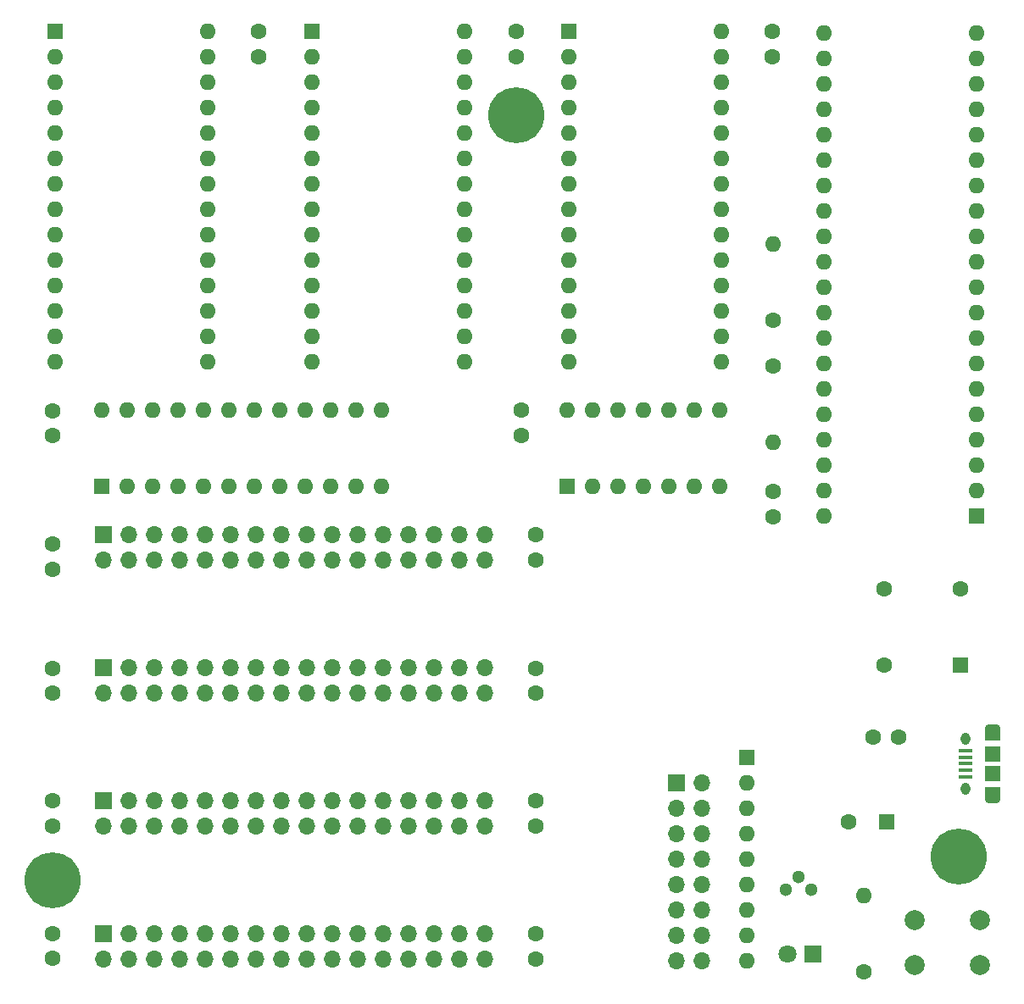
<source format=gbr>
%TF.GenerationSoftware,KiCad,Pcbnew,(5.1.9-0-10_14)*%
%TF.CreationDate,2021-03-24T21:17:22+01:00*%
%TF.ProjectId,n8 bit special,6e382062-6974-4207-9370-656369616c2e,2*%
%TF.SameCoordinates,Original*%
%TF.FileFunction,Soldermask,Top*%
%TF.FilePolarity,Negative*%
%FSLAX46Y46*%
G04 Gerber Fmt 4.6, Leading zero omitted, Abs format (unit mm)*
G04 Created by KiCad (PCBNEW (5.1.9-0-10_14)) date 2021-03-24 21:17:22*
%MOMM*%
%LPD*%
G01*
G04 APERTURE LIST*
%ADD10C,1.600000*%
%ADD11C,5.600000*%
%ADD12R,1.600000X1.600000*%
%ADD13O,1.550000X0.890000*%
%ADD14R,1.550000X1.200000*%
%ADD15R,1.550000X1.500000*%
%ADD16O,0.950000X1.250000*%
%ADD17R,1.350000X0.400000*%
%ADD18R,1.800000X1.800000*%
%ADD19C,1.800000*%
%ADD20R,1.700000X1.700000*%
%ADD21O,1.700000X1.700000*%
%ADD22O,1.600000X1.600000*%
%ADD23C,1.300000*%
%ADD24C,2.000000*%
G04 APERTURE END LIST*
D10*
%TO.C,C16*%
X175918000Y-113919000D03*
X173418000Y-113919000D03*
%TD*%
D11*
%TO.C,REF2*%
X137795000Y-51816000D03*
%TD*%
%TO.C,REF3*%
X181991000Y-125857000D03*
%TD*%
%TO.C,REF1*%
X91440000Y-128270000D03*
%TD*%
D10*
%TO.C,X1*%
X182118000Y-99123500D03*
X174498000Y-99123500D03*
X174498000Y-106743500D03*
D12*
X182118000Y-106743500D03*
%TD*%
D13*
%TO.C,J1*%
X185323000Y-113086000D03*
X185323000Y-120086000D03*
D14*
X185323000Y-113686000D03*
X185323000Y-119486000D03*
D15*
X185323000Y-115586000D03*
X185323000Y-117586000D03*
D16*
X182623000Y-114086000D03*
X182623000Y-119086000D03*
D17*
X182623000Y-115286000D03*
X182623000Y-115936000D03*
X182623000Y-116586000D03*
X182623000Y-117236000D03*
X182623000Y-117886000D03*
%TD*%
D10*
%TO.C,C2*%
X170952000Y-122428000D03*
D12*
X174752000Y-122428000D03*
%TD*%
D10*
%TO.C,C1*%
X138303000Y-81280000D03*
X138303000Y-83780000D03*
%TD*%
%TO.C,C3*%
X91440000Y-94655000D03*
X91440000Y-97155000D03*
%TD*%
%TO.C,C4*%
X139700000Y-93702500D03*
X139700000Y-96202500D03*
%TD*%
%TO.C,C7*%
X91440000Y-120309000D03*
X91440000Y-122809000D03*
%TD*%
%TO.C,C8*%
X139700000Y-122809000D03*
X139700000Y-120309000D03*
%TD*%
%TO.C,C5*%
X91440000Y-107038000D03*
X91440000Y-109538000D03*
%TD*%
%TO.C,C6*%
X139700000Y-109538000D03*
X139700000Y-107038000D03*
%TD*%
%TO.C,C9*%
X91440000Y-133555100D03*
X91440000Y-136055100D03*
%TD*%
%TO.C,C10*%
X139700000Y-136078600D03*
X139700000Y-133578600D03*
%TD*%
%TO.C,C11*%
X163449000Y-91908000D03*
X163449000Y-89408000D03*
%TD*%
%TO.C,C12*%
X163322000Y-43434000D03*
X163322000Y-45934000D03*
%TD*%
%TO.C,C13*%
X137795000Y-43434000D03*
X137795000Y-45934000D03*
%TD*%
%TO.C,C14*%
X112014000Y-43434000D03*
X112014000Y-45934000D03*
%TD*%
D18*
%TO.C,D1*%
X167386000Y-135636000D03*
D19*
X164846000Y-135636000D03*
%TD*%
D20*
%TO.C,J2*%
X96520000Y-93726000D03*
D21*
X96520000Y-96266000D03*
X99060000Y-93726000D03*
X99060000Y-96266000D03*
X101600000Y-93726000D03*
X101600000Y-96266000D03*
X104140000Y-93726000D03*
X104140000Y-96266000D03*
X106680000Y-93726000D03*
X106680000Y-96266000D03*
X109220000Y-93726000D03*
X109220000Y-96266000D03*
X111760000Y-93726000D03*
X111760000Y-96266000D03*
X114300000Y-93726000D03*
X114300000Y-96266000D03*
X116840000Y-93726000D03*
X116840000Y-96266000D03*
X119380000Y-93726000D03*
X119380000Y-96266000D03*
X121920000Y-93726000D03*
X121920000Y-96266000D03*
X124460000Y-93726000D03*
X124460000Y-96266000D03*
X127000000Y-93726000D03*
X127000000Y-96266000D03*
X129540000Y-93726000D03*
X129540000Y-96266000D03*
X132080000Y-93726000D03*
X132080000Y-96266000D03*
X134620000Y-93726000D03*
X134620000Y-96266000D03*
%TD*%
D20*
%TO.C,J3*%
X96520000Y-120269000D03*
D21*
X96520000Y-122809000D03*
X99060000Y-120269000D03*
X99060000Y-122809000D03*
X101600000Y-120269000D03*
X101600000Y-122809000D03*
X104140000Y-120269000D03*
X104140000Y-122809000D03*
X106680000Y-120269000D03*
X106680000Y-122809000D03*
X109220000Y-120269000D03*
X109220000Y-122809000D03*
X111760000Y-120269000D03*
X111760000Y-122809000D03*
X114300000Y-120269000D03*
X114300000Y-122809000D03*
X116840000Y-120269000D03*
X116840000Y-122809000D03*
X119380000Y-120269000D03*
X119380000Y-122809000D03*
X121920000Y-120269000D03*
X121920000Y-122809000D03*
X124460000Y-120269000D03*
X124460000Y-122809000D03*
X127000000Y-120269000D03*
X127000000Y-122809000D03*
X129540000Y-120269000D03*
X129540000Y-122809000D03*
X132080000Y-120269000D03*
X132080000Y-122809000D03*
X134620000Y-120269000D03*
X134620000Y-122809000D03*
%TD*%
%TO.C,J4*%
X134620000Y-109538000D03*
X134620000Y-106998000D03*
X132080000Y-109538000D03*
X132080000Y-106998000D03*
X129540000Y-109538000D03*
X129540000Y-106998000D03*
X127000000Y-109538000D03*
X127000000Y-106998000D03*
X124460000Y-109538000D03*
X124460000Y-106998000D03*
X121920000Y-109538000D03*
X121920000Y-106998000D03*
X119380000Y-109538000D03*
X119380000Y-106998000D03*
X116840000Y-109538000D03*
X116840000Y-106998000D03*
X114300000Y-109538000D03*
X114300000Y-106998000D03*
X111760000Y-109538000D03*
X111760000Y-106998000D03*
X109220000Y-109538000D03*
X109220000Y-106998000D03*
X106680000Y-109538000D03*
X106680000Y-106998000D03*
X104140000Y-109538000D03*
X104140000Y-106998000D03*
X101600000Y-109538000D03*
X101600000Y-106998000D03*
X99060000Y-109538000D03*
X99060000Y-106998000D03*
X96520000Y-109538000D03*
D20*
X96520000Y-106998000D03*
%TD*%
D21*
%TO.C,J5*%
X134607300Y-136080000D03*
X134607300Y-133540000D03*
X132067300Y-136080000D03*
X132067300Y-133540000D03*
X129527300Y-136080000D03*
X129527300Y-133540000D03*
X126987300Y-136080000D03*
X126987300Y-133540000D03*
X124447300Y-136080000D03*
X124447300Y-133540000D03*
X121907300Y-136080000D03*
X121907300Y-133540000D03*
X119367300Y-136080000D03*
X119367300Y-133540000D03*
X116827300Y-136080000D03*
X116827300Y-133540000D03*
X114287300Y-136080000D03*
X114287300Y-133540000D03*
X111747300Y-136080000D03*
X111747300Y-133540000D03*
X109207300Y-136080000D03*
X109207300Y-133540000D03*
X106667300Y-136080000D03*
X106667300Y-133540000D03*
X104127300Y-136080000D03*
X104127300Y-133540000D03*
X101587300Y-136080000D03*
X101587300Y-133540000D03*
X99047300Y-136080000D03*
X99047300Y-133540000D03*
X96507300Y-136080000D03*
D20*
X96507300Y-133540000D03*
%TD*%
D10*
%TO.C,R1*%
X172466000Y-137414000D03*
D22*
X172466000Y-129794000D03*
%TD*%
D10*
%TO.C,R2*%
X163449000Y-76835000D03*
D22*
X163449000Y-84455000D03*
%TD*%
%TO.C,R3*%
X163449000Y-64643000D03*
D10*
X163449000Y-72263000D03*
%TD*%
D12*
%TO.C,RN1*%
X160782000Y-115951000D03*
D22*
X160782000Y-118491000D03*
X160782000Y-121031000D03*
X160782000Y-123571000D03*
X160782000Y-126111000D03*
X160782000Y-128651000D03*
X160782000Y-131191000D03*
X160782000Y-133731000D03*
X160782000Y-136271000D03*
%TD*%
D23*
%TO.C,U7*%
X165989000Y-127889000D03*
X167259000Y-129159000D03*
X164719000Y-129159000D03*
%TD*%
D12*
%TO.C,U6*%
X96393000Y-88900000D03*
D22*
X124333000Y-81280000D03*
X98933000Y-88900000D03*
X121793000Y-81280000D03*
X101473000Y-88900000D03*
X119253000Y-81280000D03*
X104013000Y-88900000D03*
X116713000Y-81280000D03*
X106553000Y-88900000D03*
X114173000Y-81280000D03*
X109093000Y-88900000D03*
X111633000Y-81280000D03*
X111633000Y-88900000D03*
X109093000Y-81280000D03*
X114173000Y-88900000D03*
X106553000Y-81280000D03*
X116713000Y-88900000D03*
X104013000Y-81280000D03*
X119253000Y-88900000D03*
X101473000Y-81280000D03*
X121793000Y-88900000D03*
X98933000Y-81280000D03*
X124333000Y-88900000D03*
X96393000Y-81280000D03*
%TD*%
D10*
%TO.C,C15*%
X91440000Y-83820000D03*
X91440000Y-81320000D03*
%TD*%
D20*
%TO.C,J6*%
X153797000Y-118491000D03*
D21*
X156337000Y-118491000D03*
X153797000Y-121031000D03*
X156337000Y-121031000D03*
X153797000Y-123571000D03*
X156337000Y-123571000D03*
X153797000Y-126111000D03*
X156337000Y-126111000D03*
X153797000Y-128651000D03*
X156337000Y-128651000D03*
X153797000Y-131191000D03*
X156337000Y-131191000D03*
X153797000Y-133731000D03*
X156337000Y-133731000D03*
X153797000Y-136271000D03*
X156337000Y-136271000D03*
%TD*%
D24*
%TO.C,SW1*%
X177546000Y-136707000D03*
X177546000Y-132207000D03*
X184046000Y-136707000D03*
X184046000Y-132207000D03*
%TD*%
D12*
%TO.C,U1*%
X183769000Y-91821000D03*
D22*
X168529000Y-43561000D03*
X183769000Y-89281000D03*
X168529000Y-46101000D03*
X183769000Y-86741000D03*
X168529000Y-48641000D03*
X183769000Y-84201000D03*
X168529000Y-51181000D03*
X183769000Y-81661000D03*
X168529000Y-53721000D03*
X183769000Y-79121000D03*
X168529000Y-56261000D03*
X183769000Y-76581000D03*
X168529000Y-58801000D03*
X183769000Y-74041000D03*
X168529000Y-61341000D03*
X183769000Y-71501000D03*
X168529000Y-63881000D03*
X183769000Y-68961000D03*
X168529000Y-66421000D03*
X183769000Y-66421000D03*
X168529000Y-68961000D03*
X183769000Y-63881000D03*
X168529000Y-71501000D03*
X183769000Y-61341000D03*
X168529000Y-74041000D03*
X183769000Y-58801000D03*
X168529000Y-76581000D03*
X183769000Y-56261000D03*
X168529000Y-79121000D03*
X183769000Y-53721000D03*
X168529000Y-81661000D03*
X183769000Y-51181000D03*
X168529000Y-84201000D03*
X183769000Y-48641000D03*
X168529000Y-86741000D03*
X183769000Y-46101000D03*
X168529000Y-89281000D03*
X183769000Y-43561000D03*
X168529000Y-91821000D03*
%TD*%
D12*
%TO.C,U2*%
X143002000Y-43434000D03*
D22*
X158242000Y-76454000D03*
X143002000Y-45974000D03*
X158242000Y-73914000D03*
X143002000Y-48514000D03*
X158242000Y-71374000D03*
X143002000Y-51054000D03*
X158242000Y-68834000D03*
X143002000Y-53594000D03*
X158242000Y-66294000D03*
X143002000Y-56134000D03*
X158242000Y-63754000D03*
X143002000Y-58674000D03*
X158242000Y-61214000D03*
X143002000Y-61214000D03*
X158242000Y-58674000D03*
X143002000Y-63754000D03*
X158242000Y-56134000D03*
X143002000Y-66294000D03*
X158242000Y-53594000D03*
X143002000Y-68834000D03*
X158242000Y-51054000D03*
X143002000Y-71374000D03*
X158242000Y-48514000D03*
X143002000Y-73914000D03*
X158242000Y-45974000D03*
X143002000Y-76454000D03*
X158242000Y-43434000D03*
%TD*%
D12*
%TO.C,U3*%
X117348000Y-43434000D03*
D22*
X132588000Y-76454000D03*
X117348000Y-45974000D03*
X132588000Y-73914000D03*
X117348000Y-48514000D03*
X132588000Y-71374000D03*
X117348000Y-51054000D03*
X132588000Y-68834000D03*
X117348000Y-53594000D03*
X132588000Y-66294000D03*
X117348000Y-56134000D03*
X132588000Y-63754000D03*
X117348000Y-58674000D03*
X132588000Y-61214000D03*
X117348000Y-61214000D03*
X132588000Y-58674000D03*
X117348000Y-63754000D03*
X132588000Y-56134000D03*
X117348000Y-66294000D03*
X132588000Y-53594000D03*
X117348000Y-68834000D03*
X132588000Y-51054000D03*
X117348000Y-71374000D03*
X132588000Y-48514000D03*
X117348000Y-73914000D03*
X132588000Y-45974000D03*
X117348000Y-76454000D03*
X132588000Y-43434000D03*
%TD*%
%TO.C,U4*%
X106934000Y-43434000D03*
X91694000Y-76454000D03*
X106934000Y-45974000D03*
X91694000Y-73914000D03*
X106934000Y-48514000D03*
X91694000Y-71374000D03*
X106934000Y-51054000D03*
X91694000Y-68834000D03*
X106934000Y-53594000D03*
X91694000Y-66294000D03*
X106934000Y-56134000D03*
X91694000Y-63754000D03*
X106934000Y-58674000D03*
X91694000Y-61214000D03*
X106934000Y-61214000D03*
X91694000Y-58674000D03*
X106934000Y-63754000D03*
X91694000Y-56134000D03*
X106934000Y-66294000D03*
X91694000Y-53594000D03*
X106934000Y-68834000D03*
X91694000Y-51054000D03*
X106934000Y-71374000D03*
X91694000Y-48514000D03*
X106934000Y-73914000D03*
X91694000Y-45974000D03*
X106934000Y-76454000D03*
D12*
X91694000Y-43434000D03*
%TD*%
%TO.C,U5*%
X142875000Y-88900000D03*
D22*
X158115000Y-81280000D03*
X145415000Y-88900000D03*
X155575000Y-81280000D03*
X147955000Y-88900000D03*
X153035000Y-81280000D03*
X150495000Y-88900000D03*
X150495000Y-81280000D03*
X153035000Y-88900000D03*
X147955000Y-81280000D03*
X155575000Y-88900000D03*
X145415000Y-81280000D03*
X158115000Y-88900000D03*
X142875000Y-81280000D03*
%TD*%
M02*

</source>
